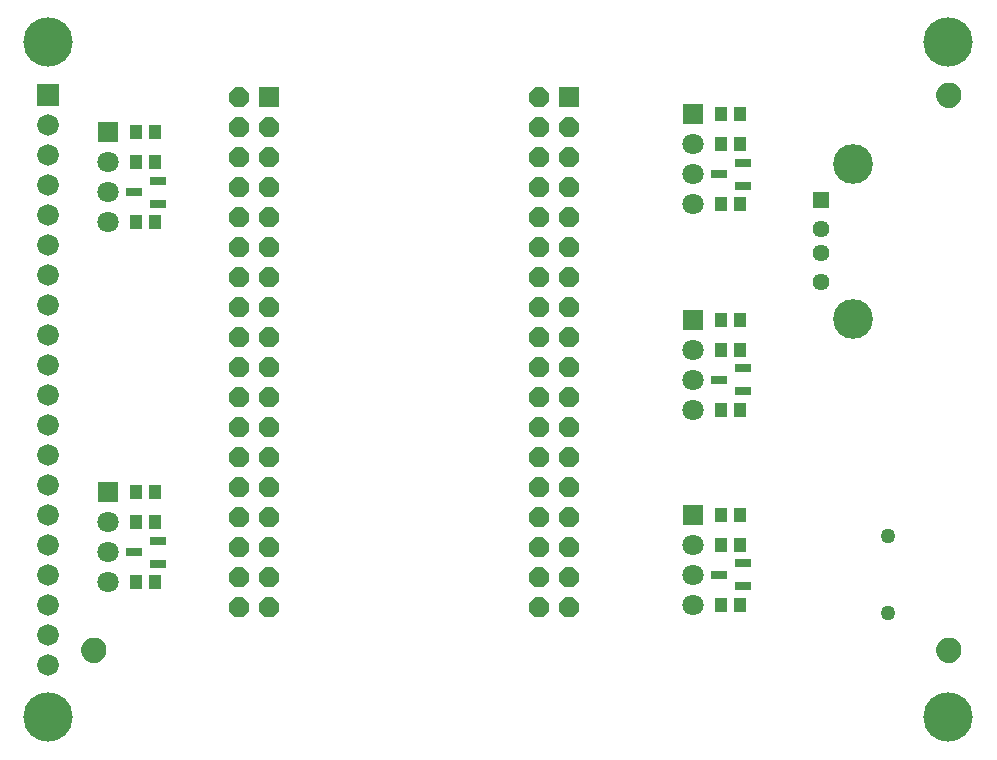
<source format=gbr>
G04 EAGLE Gerber RS-274X export*
G75*
%MOMM*%
%FSLAX34Y34*%
%LPD*%
%INSoldermask Bottom*%
%IPPOS*%
%AMOC8*
5,1,8,0,0,1.08239X$1,22.5*%
G01*
%ADD10R,1.676400X1.676400*%
%ADD11P,1.814519X8X292.500000*%
%ADD12C,1.272400*%
%ADD13R,1.803400X1.803400*%
%ADD14C,1.803400*%
%ADD15R,1.102359X1.183641*%
%ADD16R,1.828800X1.828800*%
%ADD17C,1.828800*%
%ADD18C,4.168400*%
%ADD19R,1.440400X1.440400*%
%ADD20C,1.440400*%
%ADD21C,3.372400*%
%ADD22R,1.473200X0.711200*%
%ADD23C,0.609600*%
%ADD24C,1.168400*%


D10*
X479050Y569550D03*
D11*
X453650Y569550D03*
X479050Y544150D03*
X453650Y544150D03*
X479050Y518750D03*
X453650Y518750D03*
X479050Y493350D03*
X453650Y493350D03*
X479050Y467950D03*
X453650Y467950D03*
X479050Y442550D03*
X453650Y442550D03*
X479050Y417150D03*
X453650Y417150D03*
X479050Y391750D03*
X453650Y391750D03*
X479050Y366350D03*
X453650Y366350D03*
X479050Y340950D03*
X453650Y340950D03*
X479050Y315550D03*
X453650Y315550D03*
X479050Y290150D03*
X453650Y290150D03*
X479050Y264750D03*
X453650Y264750D03*
X479050Y239350D03*
X453650Y239350D03*
X479050Y213950D03*
X453650Y213950D03*
X479050Y188550D03*
X453650Y188550D03*
X479050Y163150D03*
X453650Y163150D03*
X479050Y137750D03*
X453650Y137750D03*
D10*
X225050Y569550D03*
D11*
X199650Y569550D03*
X225050Y544150D03*
X199650Y544150D03*
X225050Y518750D03*
X199650Y518750D03*
X225050Y493350D03*
X199650Y493350D03*
X225050Y467950D03*
X199650Y467950D03*
X225050Y442550D03*
X199650Y442550D03*
X225050Y417150D03*
X199650Y417150D03*
X225050Y391750D03*
X199650Y391750D03*
X225050Y366350D03*
X199650Y366350D03*
X225050Y340950D03*
X199650Y340950D03*
X225050Y315550D03*
X199650Y315550D03*
X225050Y290150D03*
X199650Y290150D03*
X225050Y264750D03*
X199650Y264750D03*
X225050Y239350D03*
X199650Y239350D03*
X225050Y213950D03*
X199650Y213950D03*
X225050Y188550D03*
X199650Y188550D03*
X225050Y163150D03*
X199650Y163150D03*
X225050Y137750D03*
X199650Y137750D03*
D12*
X749300Y197600D03*
X749300Y132600D03*
D13*
X584200Y554990D03*
D14*
X584200Y529590D03*
X584200Y504190D03*
X584200Y478790D03*
D15*
X623951Y529590D03*
X607949Y529590D03*
D16*
X38100Y571500D03*
D17*
X38100Y546100D03*
X38100Y520700D03*
X38100Y495300D03*
X38100Y469900D03*
X38100Y444500D03*
X38100Y419100D03*
X38100Y393700D03*
X38100Y368300D03*
X38100Y342900D03*
X38100Y317500D03*
X38100Y292100D03*
X38100Y266700D03*
X38100Y241300D03*
X38100Y215900D03*
X38100Y190500D03*
X38100Y165100D03*
X38100Y139700D03*
X38100Y114300D03*
X38100Y88900D03*
D18*
X38100Y615950D03*
X38100Y44450D03*
X800100Y615950D03*
X800100Y44450D03*
D15*
X623951Y478790D03*
X607949Y478790D03*
X607949Y554990D03*
X623951Y554990D03*
D19*
X692150Y482600D03*
D20*
X692150Y457600D03*
X692150Y437600D03*
X692150Y412600D03*
D21*
X719250Y513300D03*
X719250Y381900D03*
D22*
X626110Y513842D03*
X626110Y494538D03*
X605790Y504190D03*
D13*
X584200Y381000D03*
D14*
X584200Y355600D03*
X584200Y330200D03*
X584200Y304800D03*
D15*
X623951Y355600D03*
X607949Y355600D03*
X623951Y304800D03*
X607949Y304800D03*
X607949Y381000D03*
X623951Y381000D03*
D22*
X626110Y339852D03*
X626110Y320548D03*
X605790Y330200D03*
D13*
X584200Y215900D03*
D14*
X584200Y190500D03*
X584200Y165100D03*
X584200Y139700D03*
D15*
X623951Y190500D03*
X607949Y190500D03*
X623951Y139700D03*
X607949Y139700D03*
X607949Y215900D03*
X623951Y215900D03*
D22*
X626110Y174752D03*
X626110Y155448D03*
X605790Y165100D03*
D13*
X88900Y539750D03*
D14*
X88900Y514350D03*
X88900Y488950D03*
X88900Y463550D03*
D15*
X128651Y514350D03*
X112649Y514350D03*
X128651Y463550D03*
X112649Y463550D03*
X112649Y539750D03*
X128651Y539750D03*
D22*
X130810Y498602D03*
X130810Y479298D03*
X110490Y488950D03*
D13*
X88900Y234950D03*
D14*
X88900Y209550D03*
X88900Y184150D03*
X88900Y158750D03*
D15*
X128651Y209550D03*
X112649Y209550D03*
X128651Y158750D03*
X112649Y158750D03*
X112649Y234950D03*
X128651Y234950D03*
D22*
X130810Y193802D03*
X130810Y174498D03*
X110490Y184150D03*
D23*
X792480Y571500D02*
X792482Y571687D01*
X792489Y571874D01*
X792501Y572061D01*
X792517Y572247D01*
X792537Y572433D01*
X792562Y572618D01*
X792592Y572803D01*
X792626Y572987D01*
X792665Y573170D01*
X792708Y573352D01*
X792756Y573532D01*
X792808Y573712D01*
X792865Y573890D01*
X792925Y574067D01*
X792991Y574242D01*
X793060Y574416D01*
X793134Y574588D01*
X793212Y574758D01*
X793294Y574926D01*
X793380Y575092D01*
X793470Y575256D01*
X793564Y575417D01*
X793662Y575577D01*
X793764Y575733D01*
X793870Y575888D01*
X793980Y576039D01*
X794093Y576188D01*
X794210Y576334D01*
X794330Y576477D01*
X794454Y576617D01*
X794581Y576754D01*
X794712Y576888D01*
X794846Y577019D01*
X794983Y577146D01*
X795123Y577270D01*
X795266Y577390D01*
X795412Y577507D01*
X795561Y577620D01*
X795712Y577730D01*
X795867Y577836D01*
X796023Y577938D01*
X796183Y578036D01*
X796344Y578130D01*
X796508Y578220D01*
X796674Y578306D01*
X796842Y578388D01*
X797012Y578466D01*
X797184Y578540D01*
X797358Y578609D01*
X797533Y578675D01*
X797710Y578735D01*
X797888Y578792D01*
X798068Y578844D01*
X798248Y578892D01*
X798430Y578935D01*
X798613Y578974D01*
X798797Y579008D01*
X798982Y579038D01*
X799167Y579063D01*
X799353Y579083D01*
X799539Y579099D01*
X799726Y579111D01*
X799913Y579118D01*
X800100Y579120D01*
X800287Y579118D01*
X800474Y579111D01*
X800661Y579099D01*
X800847Y579083D01*
X801033Y579063D01*
X801218Y579038D01*
X801403Y579008D01*
X801587Y578974D01*
X801770Y578935D01*
X801952Y578892D01*
X802132Y578844D01*
X802312Y578792D01*
X802490Y578735D01*
X802667Y578675D01*
X802842Y578609D01*
X803016Y578540D01*
X803188Y578466D01*
X803358Y578388D01*
X803526Y578306D01*
X803692Y578220D01*
X803856Y578130D01*
X804017Y578036D01*
X804177Y577938D01*
X804333Y577836D01*
X804488Y577730D01*
X804639Y577620D01*
X804788Y577507D01*
X804934Y577390D01*
X805077Y577270D01*
X805217Y577146D01*
X805354Y577019D01*
X805488Y576888D01*
X805619Y576754D01*
X805746Y576617D01*
X805870Y576477D01*
X805990Y576334D01*
X806107Y576188D01*
X806220Y576039D01*
X806330Y575888D01*
X806436Y575733D01*
X806538Y575577D01*
X806636Y575417D01*
X806730Y575256D01*
X806820Y575092D01*
X806906Y574926D01*
X806988Y574758D01*
X807066Y574588D01*
X807140Y574416D01*
X807209Y574242D01*
X807275Y574067D01*
X807335Y573890D01*
X807392Y573712D01*
X807444Y573532D01*
X807492Y573352D01*
X807535Y573170D01*
X807574Y572987D01*
X807608Y572803D01*
X807638Y572618D01*
X807663Y572433D01*
X807683Y572247D01*
X807699Y572061D01*
X807711Y571874D01*
X807718Y571687D01*
X807720Y571500D01*
X807718Y571313D01*
X807711Y571126D01*
X807699Y570939D01*
X807683Y570753D01*
X807663Y570567D01*
X807638Y570382D01*
X807608Y570197D01*
X807574Y570013D01*
X807535Y569830D01*
X807492Y569648D01*
X807444Y569468D01*
X807392Y569288D01*
X807335Y569110D01*
X807275Y568933D01*
X807209Y568758D01*
X807140Y568584D01*
X807066Y568412D01*
X806988Y568242D01*
X806906Y568074D01*
X806820Y567908D01*
X806730Y567744D01*
X806636Y567583D01*
X806538Y567423D01*
X806436Y567267D01*
X806330Y567112D01*
X806220Y566961D01*
X806107Y566812D01*
X805990Y566666D01*
X805870Y566523D01*
X805746Y566383D01*
X805619Y566246D01*
X805488Y566112D01*
X805354Y565981D01*
X805217Y565854D01*
X805077Y565730D01*
X804934Y565610D01*
X804788Y565493D01*
X804639Y565380D01*
X804488Y565270D01*
X804333Y565164D01*
X804177Y565062D01*
X804017Y564964D01*
X803856Y564870D01*
X803692Y564780D01*
X803526Y564694D01*
X803358Y564612D01*
X803188Y564534D01*
X803016Y564460D01*
X802842Y564391D01*
X802667Y564325D01*
X802490Y564265D01*
X802312Y564208D01*
X802132Y564156D01*
X801952Y564108D01*
X801770Y564065D01*
X801587Y564026D01*
X801403Y563992D01*
X801218Y563962D01*
X801033Y563937D01*
X800847Y563917D01*
X800661Y563901D01*
X800474Y563889D01*
X800287Y563882D01*
X800100Y563880D01*
X799913Y563882D01*
X799726Y563889D01*
X799539Y563901D01*
X799353Y563917D01*
X799167Y563937D01*
X798982Y563962D01*
X798797Y563992D01*
X798613Y564026D01*
X798430Y564065D01*
X798248Y564108D01*
X798068Y564156D01*
X797888Y564208D01*
X797710Y564265D01*
X797533Y564325D01*
X797358Y564391D01*
X797184Y564460D01*
X797012Y564534D01*
X796842Y564612D01*
X796674Y564694D01*
X796508Y564780D01*
X796344Y564870D01*
X796183Y564964D01*
X796023Y565062D01*
X795867Y565164D01*
X795712Y565270D01*
X795561Y565380D01*
X795412Y565493D01*
X795266Y565610D01*
X795123Y565730D01*
X794983Y565854D01*
X794846Y565981D01*
X794712Y566112D01*
X794581Y566246D01*
X794454Y566383D01*
X794330Y566523D01*
X794210Y566666D01*
X794093Y566812D01*
X793980Y566961D01*
X793870Y567112D01*
X793764Y567267D01*
X793662Y567423D01*
X793564Y567583D01*
X793470Y567744D01*
X793380Y567908D01*
X793294Y568074D01*
X793212Y568242D01*
X793134Y568412D01*
X793060Y568584D01*
X792991Y568758D01*
X792925Y568933D01*
X792865Y569110D01*
X792808Y569288D01*
X792756Y569468D01*
X792708Y569648D01*
X792665Y569830D01*
X792626Y570013D01*
X792592Y570197D01*
X792562Y570382D01*
X792537Y570567D01*
X792517Y570753D01*
X792501Y570939D01*
X792489Y571126D01*
X792482Y571313D01*
X792480Y571500D01*
D24*
X800100Y571500D03*
D23*
X68580Y101600D02*
X68582Y101787D01*
X68589Y101974D01*
X68601Y102161D01*
X68617Y102347D01*
X68637Y102533D01*
X68662Y102718D01*
X68692Y102903D01*
X68726Y103087D01*
X68765Y103270D01*
X68808Y103452D01*
X68856Y103632D01*
X68908Y103812D01*
X68965Y103990D01*
X69025Y104167D01*
X69091Y104342D01*
X69160Y104516D01*
X69234Y104688D01*
X69312Y104858D01*
X69394Y105026D01*
X69480Y105192D01*
X69570Y105356D01*
X69664Y105517D01*
X69762Y105677D01*
X69864Y105833D01*
X69970Y105988D01*
X70080Y106139D01*
X70193Y106288D01*
X70310Y106434D01*
X70430Y106577D01*
X70554Y106717D01*
X70681Y106854D01*
X70812Y106988D01*
X70946Y107119D01*
X71083Y107246D01*
X71223Y107370D01*
X71366Y107490D01*
X71512Y107607D01*
X71661Y107720D01*
X71812Y107830D01*
X71967Y107936D01*
X72123Y108038D01*
X72283Y108136D01*
X72444Y108230D01*
X72608Y108320D01*
X72774Y108406D01*
X72942Y108488D01*
X73112Y108566D01*
X73284Y108640D01*
X73458Y108709D01*
X73633Y108775D01*
X73810Y108835D01*
X73988Y108892D01*
X74168Y108944D01*
X74348Y108992D01*
X74530Y109035D01*
X74713Y109074D01*
X74897Y109108D01*
X75082Y109138D01*
X75267Y109163D01*
X75453Y109183D01*
X75639Y109199D01*
X75826Y109211D01*
X76013Y109218D01*
X76200Y109220D01*
X76387Y109218D01*
X76574Y109211D01*
X76761Y109199D01*
X76947Y109183D01*
X77133Y109163D01*
X77318Y109138D01*
X77503Y109108D01*
X77687Y109074D01*
X77870Y109035D01*
X78052Y108992D01*
X78232Y108944D01*
X78412Y108892D01*
X78590Y108835D01*
X78767Y108775D01*
X78942Y108709D01*
X79116Y108640D01*
X79288Y108566D01*
X79458Y108488D01*
X79626Y108406D01*
X79792Y108320D01*
X79956Y108230D01*
X80117Y108136D01*
X80277Y108038D01*
X80433Y107936D01*
X80588Y107830D01*
X80739Y107720D01*
X80888Y107607D01*
X81034Y107490D01*
X81177Y107370D01*
X81317Y107246D01*
X81454Y107119D01*
X81588Y106988D01*
X81719Y106854D01*
X81846Y106717D01*
X81970Y106577D01*
X82090Y106434D01*
X82207Y106288D01*
X82320Y106139D01*
X82430Y105988D01*
X82536Y105833D01*
X82638Y105677D01*
X82736Y105517D01*
X82830Y105356D01*
X82920Y105192D01*
X83006Y105026D01*
X83088Y104858D01*
X83166Y104688D01*
X83240Y104516D01*
X83309Y104342D01*
X83375Y104167D01*
X83435Y103990D01*
X83492Y103812D01*
X83544Y103632D01*
X83592Y103452D01*
X83635Y103270D01*
X83674Y103087D01*
X83708Y102903D01*
X83738Y102718D01*
X83763Y102533D01*
X83783Y102347D01*
X83799Y102161D01*
X83811Y101974D01*
X83818Y101787D01*
X83820Y101600D01*
X83818Y101413D01*
X83811Y101226D01*
X83799Y101039D01*
X83783Y100853D01*
X83763Y100667D01*
X83738Y100482D01*
X83708Y100297D01*
X83674Y100113D01*
X83635Y99930D01*
X83592Y99748D01*
X83544Y99568D01*
X83492Y99388D01*
X83435Y99210D01*
X83375Y99033D01*
X83309Y98858D01*
X83240Y98684D01*
X83166Y98512D01*
X83088Y98342D01*
X83006Y98174D01*
X82920Y98008D01*
X82830Y97844D01*
X82736Y97683D01*
X82638Y97523D01*
X82536Y97367D01*
X82430Y97212D01*
X82320Y97061D01*
X82207Y96912D01*
X82090Y96766D01*
X81970Y96623D01*
X81846Y96483D01*
X81719Y96346D01*
X81588Y96212D01*
X81454Y96081D01*
X81317Y95954D01*
X81177Y95830D01*
X81034Y95710D01*
X80888Y95593D01*
X80739Y95480D01*
X80588Y95370D01*
X80433Y95264D01*
X80277Y95162D01*
X80117Y95064D01*
X79956Y94970D01*
X79792Y94880D01*
X79626Y94794D01*
X79458Y94712D01*
X79288Y94634D01*
X79116Y94560D01*
X78942Y94491D01*
X78767Y94425D01*
X78590Y94365D01*
X78412Y94308D01*
X78232Y94256D01*
X78052Y94208D01*
X77870Y94165D01*
X77687Y94126D01*
X77503Y94092D01*
X77318Y94062D01*
X77133Y94037D01*
X76947Y94017D01*
X76761Y94001D01*
X76574Y93989D01*
X76387Y93982D01*
X76200Y93980D01*
X76013Y93982D01*
X75826Y93989D01*
X75639Y94001D01*
X75453Y94017D01*
X75267Y94037D01*
X75082Y94062D01*
X74897Y94092D01*
X74713Y94126D01*
X74530Y94165D01*
X74348Y94208D01*
X74168Y94256D01*
X73988Y94308D01*
X73810Y94365D01*
X73633Y94425D01*
X73458Y94491D01*
X73284Y94560D01*
X73112Y94634D01*
X72942Y94712D01*
X72774Y94794D01*
X72608Y94880D01*
X72444Y94970D01*
X72283Y95064D01*
X72123Y95162D01*
X71967Y95264D01*
X71812Y95370D01*
X71661Y95480D01*
X71512Y95593D01*
X71366Y95710D01*
X71223Y95830D01*
X71083Y95954D01*
X70946Y96081D01*
X70812Y96212D01*
X70681Y96346D01*
X70554Y96483D01*
X70430Y96623D01*
X70310Y96766D01*
X70193Y96912D01*
X70080Y97061D01*
X69970Y97212D01*
X69864Y97367D01*
X69762Y97523D01*
X69664Y97683D01*
X69570Y97844D01*
X69480Y98008D01*
X69394Y98174D01*
X69312Y98342D01*
X69234Y98512D01*
X69160Y98684D01*
X69091Y98858D01*
X69025Y99033D01*
X68965Y99210D01*
X68908Y99388D01*
X68856Y99568D01*
X68808Y99748D01*
X68765Y99930D01*
X68726Y100113D01*
X68692Y100297D01*
X68662Y100482D01*
X68637Y100667D01*
X68617Y100853D01*
X68601Y101039D01*
X68589Y101226D01*
X68582Y101413D01*
X68580Y101600D01*
D24*
X76200Y101600D03*
D23*
X792480Y101600D02*
X792482Y101787D01*
X792489Y101974D01*
X792501Y102161D01*
X792517Y102347D01*
X792537Y102533D01*
X792562Y102718D01*
X792592Y102903D01*
X792626Y103087D01*
X792665Y103270D01*
X792708Y103452D01*
X792756Y103632D01*
X792808Y103812D01*
X792865Y103990D01*
X792925Y104167D01*
X792991Y104342D01*
X793060Y104516D01*
X793134Y104688D01*
X793212Y104858D01*
X793294Y105026D01*
X793380Y105192D01*
X793470Y105356D01*
X793564Y105517D01*
X793662Y105677D01*
X793764Y105833D01*
X793870Y105988D01*
X793980Y106139D01*
X794093Y106288D01*
X794210Y106434D01*
X794330Y106577D01*
X794454Y106717D01*
X794581Y106854D01*
X794712Y106988D01*
X794846Y107119D01*
X794983Y107246D01*
X795123Y107370D01*
X795266Y107490D01*
X795412Y107607D01*
X795561Y107720D01*
X795712Y107830D01*
X795867Y107936D01*
X796023Y108038D01*
X796183Y108136D01*
X796344Y108230D01*
X796508Y108320D01*
X796674Y108406D01*
X796842Y108488D01*
X797012Y108566D01*
X797184Y108640D01*
X797358Y108709D01*
X797533Y108775D01*
X797710Y108835D01*
X797888Y108892D01*
X798068Y108944D01*
X798248Y108992D01*
X798430Y109035D01*
X798613Y109074D01*
X798797Y109108D01*
X798982Y109138D01*
X799167Y109163D01*
X799353Y109183D01*
X799539Y109199D01*
X799726Y109211D01*
X799913Y109218D01*
X800100Y109220D01*
X800287Y109218D01*
X800474Y109211D01*
X800661Y109199D01*
X800847Y109183D01*
X801033Y109163D01*
X801218Y109138D01*
X801403Y109108D01*
X801587Y109074D01*
X801770Y109035D01*
X801952Y108992D01*
X802132Y108944D01*
X802312Y108892D01*
X802490Y108835D01*
X802667Y108775D01*
X802842Y108709D01*
X803016Y108640D01*
X803188Y108566D01*
X803358Y108488D01*
X803526Y108406D01*
X803692Y108320D01*
X803856Y108230D01*
X804017Y108136D01*
X804177Y108038D01*
X804333Y107936D01*
X804488Y107830D01*
X804639Y107720D01*
X804788Y107607D01*
X804934Y107490D01*
X805077Y107370D01*
X805217Y107246D01*
X805354Y107119D01*
X805488Y106988D01*
X805619Y106854D01*
X805746Y106717D01*
X805870Y106577D01*
X805990Y106434D01*
X806107Y106288D01*
X806220Y106139D01*
X806330Y105988D01*
X806436Y105833D01*
X806538Y105677D01*
X806636Y105517D01*
X806730Y105356D01*
X806820Y105192D01*
X806906Y105026D01*
X806988Y104858D01*
X807066Y104688D01*
X807140Y104516D01*
X807209Y104342D01*
X807275Y104167D01*
X807335Y103990D01*
X807392Y103812D01*
X807444Y103632D01*
X807492Y103452D01*
X807535Y103270D01*
X807574Y103087D01*
X807608Y102903D01*
X807638Y102718D01*
X807663Y102533D01*
X807683Y102347D01*
X807699Y102161D01*
X807711Y101974D01*
X807718Y101787D01*
X807720Y101600D01*
X807718Y101413D01*
X807711Y101226D01*
X807699Y101039D01*
X807683Y100853D01*
X807663Y100667D01*
X807638Y100482D01*
X807608Y100297D01*
X807574Y100113D01*
X807535Y99930D01*
X807492Y99748D01*
X807444Y99568D01*
X807392Y99388D01*
X807335Y99210D01*
X807275Y99033D01*
X807209Y98858D01*
X807140Y98684D01*
X807066Y98512D01*
X806988Y98342D01*
X806906Y98174D01*
X806820Y98008D01*
X806730Y97844D01*
X806636Y97683D01*
X806538Y97523D01*
X806436Y97367D01*
X806330Y97212D01*
X806220Y97061D01*
X806107Y96912D01*
X805990Y96766D01*
X805870Y96623D01*
X805746Y96483D01*
X805619Y96346D01*
X805488Y96212D01*
X805354Y96081D01*
X805217Y95954D01*
X805077Y95830D01*
X804934Y95710D01*
X804788Y95593D01*
X804639Y95480D01*
X804488Y95370D01*
X804333Y95264D01*
X804177Y95162D01*
X804017Y95064D01*
X803856Y94970D01*
X803692Y94880D01*
X803526Y94794D01*
X803358Y94712D01*
X803188Y94634D01*
X803016Y94560D01*
X802842Y94491D01*
X802667Y94425D01*
X802490Y94365D01*
X802312Y94308D01*
X802132Y94256D01*
X801952Y94208D01*
X801770Y94165D01*
X801587Y94126D01*
X801403Y94092D01*
X801218Y94062D01*
X801033Y94037D01*
X800847Y94017D01*
X800661Y94001D01*
X800474Y93989D01*
X800287Y93982D01*
X800100Y93980D01*
X799913Y93982D01*
X799726Y93989D01*
X799539Y94001D01*
X799353Y94017D01*
X799167Y94037D01*
X798982Y94062D01*
X798797Y94092D01*
X798613Y94126D01*
X798430Y94165D01*
X798248Y94208D01*
X798068Y94256D01*
X797888Y94308D01*
X797710Y94365D01*
X797533Y94425D01*
X797358Y94491D01*
X797184Y94560D01*
X797012Y94634D01*
X796842Y94712D01*
X796674Y94794D01*
X796508Y94880D01*
X796344Y94970D01*
X796183Y95064D01*
X796023Y95162D01*
X795867Y95264D01*
X795712Y95370D01*
X795561Y95480D01*
X795412Y95593D01*
X795266Y95710D01*
X795123Y95830D01*
X794983Y95954D01*
X794846Y96081D01*
X794712Y96212D01*
X794581Y96346D01*
X794454Y96483D01*
X794330Y96623D01*
X794210Y96766D01*
X794093Y96912D01*
X793980Y97061D01*
X793870Y97212D01*
X793764Y97367D01*
X793662Y97523D01*
X793564Y97683D01*
X793470Y97844D01*
X793380Y98008D01*
X793294Y98174D01*
X793212Y98342D01*
X793134Y98512D01*
X793060Y98684D01*
X792991Y98858D01*
X792925Y99033D01*
X792865Y99210D01*
X792808Y99388D01*
X792756Y99568D01*
X792708Y99748D01*
X792665Y99930D01*
X792626Y100113D01*
X792592Y100297D01*
X792562Y100482D01*
X792537Y100667D01*
X792517Y100853D01*
X792501Y101039D01*
X792489Y101226D01*
X792482Y101413D01*
X792480Y101600D01*
D24*
X800100Y101600D03*
M02*

</source>
